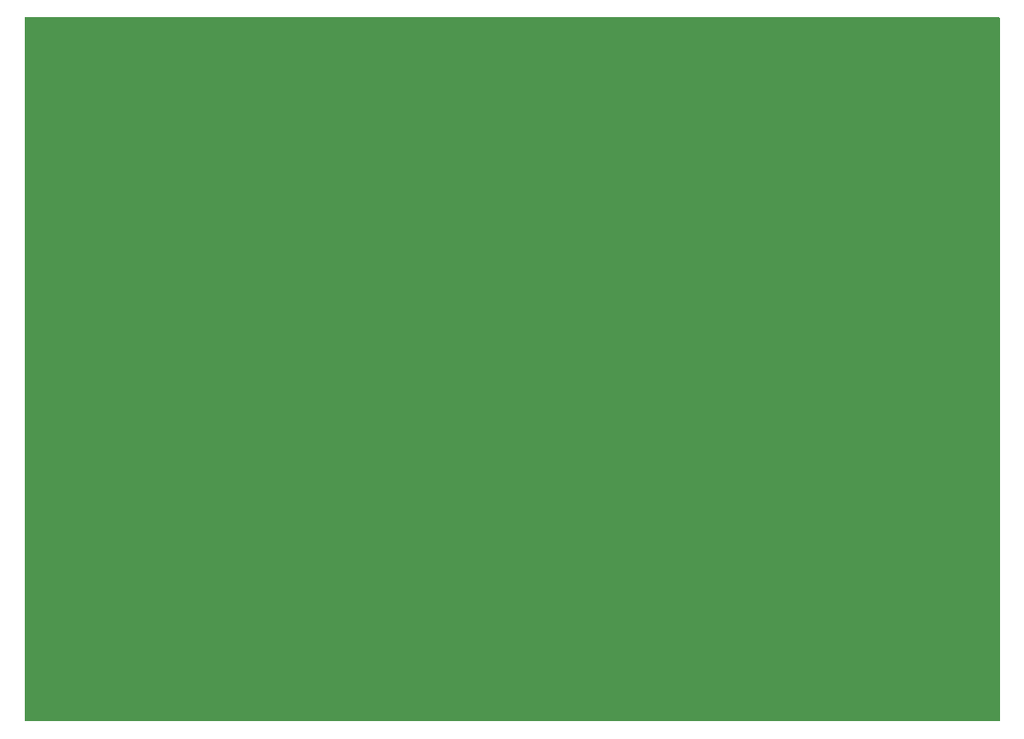
<source format=gbr>
G04 EAGLE Gerber RS-274X export*
G75*
%MOMM*%
%FSLAX34Y34*%
%LPD*%
%INBottom Copper*%
%IPPOS*%
%AMOC8*
5,1,8,0,0,1.08239X$1,22.5*%
G01*
G04 Define Apertures*
%ADD10C,0.406400*%
%ADD11C,1.219200*%
G36*
X1358435Y292160D02*
X1358138Y292100D01*
X394462Y292100D01*
X394187Y292151D01*
X393932Y292315D01*
X393760Y292565D01*
X393700Y292862D01*
X393700Y989078D01*
X393751Y989353D01*
X393915Y989608D01*
X394165Y989780D01*
X394462Y989840D01*
X1358138Y989840D01*
X1358413Y989789D01*
X1358668Y989625D01*
X1358840Y989375D01*
X1358900Y989078D01*
X1358900Y292862D01*
X1358849Y292587D01*
X1358685Y292332D01*
X1358435Y292160D01*
G37*
D10*
X698500Y546100D02*
X711200Y558800D01*
D11*
X698500Y546100D03*
D10*
X444500Y647700D02*
X431800Y660400D01*
D11*
X444500Y647700D03*
D10*
X495300Y596900D02*
X508000Y596900D01*
D11*
X508000Y596900D03*
D10*
X571500Y787400D02*
X584200Y787400D01*
D11*
X584200Y787400D03*
D10*
X787400Y927100D02*
X800100Y927100D01*
D11*
X800100Y927100D03*
D10*
X762000Y850900D02*
X749300Y838200D01*
D11*
X749300Y838200D03*
M02*

</source>
